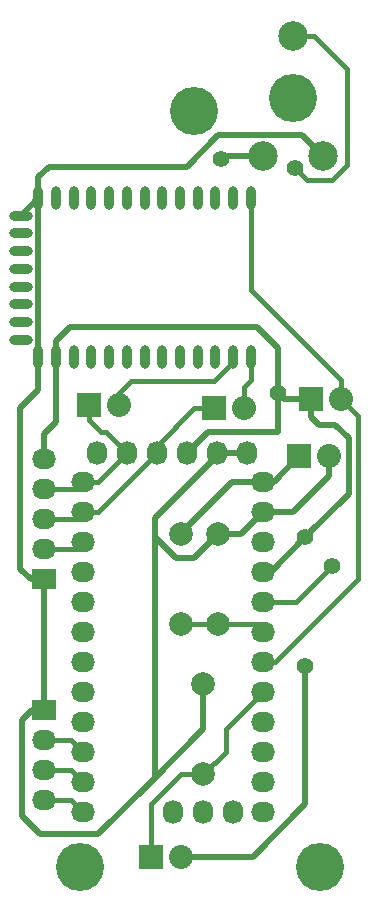
<source format=gbr>
G04 #@! TF.FileFunction,Copper,L2,Bot,Signal*
%FSLAX46Y46*%
G04 Gerber Fmt 4.6, Leading zero omitted, Abs format (unit mm)*
G04 Created by KiCad (PCBNEW 4.0.5) date Sunday 02 April 2017 12:25:38*
%MOMM*%
%LPD*%
G01*
G04 APERTURE LIST*
%ADD10C,0.100000*%
%ADD11C,2.499360*%
%ADD12O,0.800000X2.000000*%
%ADD13O,2.000000X0.800000*%
%ADD14C,1.998980*%
%ADD15O,1.727200X2.032000*%
%ADD16O,2.032000X1.727200*%
%ADD17R,2.032000X2.032000*%
%ADD18O,2.032000X2.032000*%
%ADD19R,2.032000X1.727200*%
%ADD20C,4.064000*%
%ADD21C,1.400000*%
%ADD22C,0.500000*%
%ADD23C,0.450000*%
G04 APERTURE END LIST*
D10*
D11*
X24130000Y73914000D03*
X26670000Y63754000D03*
X21590000Y63754000D03*
D12*
X8557000Y60217000D03*
X10057000Y60217000D03*
X11557000Y60217000D03*
X13057000Y60217000D03*
X14557000Y60217000D03*
X16057000Y60217000D03*
X17557000Y60217000D03*
X19057000Y60217000D03*
X20557000Y60217000D03*
X7057000Y60217000D03*
X20557000Y46717000D03*
X19057000Y46717000D03*
X17557000Y46717000D03*
X16057000Y46717000D03*
X14557000Y46717000D03*
X13057000Y46717000D03*
X11557000Y46717000D03*
X10057000Y46717000D03*
X8557000Y46717000D03*
X7057000Y46717000D03*
X5557000Y46717000D03*
X4057000Y46717000D03*
X2557000Y46717000D03*
D13*
X1057000Y48217000D03*
X1057000Y49717000D03*
X1057000Y51217000D03*
X1057000Y52717000D03*
X1057000Y54217000D03*
X1057000Y55717000D03*
X1057000Y57217000D03*
X1057000Y58717000D03*
D12*
X2557000Y60217000D03*
X4057000Y60217000D03*
X5557000Y60217000D03*
D14*
X14605000Y31750000D03*
X14605000Y24130000D03*
X17780000Y24130000D03*
X17780000Y31750000D03*
D15*
X7493000Y38608000D03*
X10033000Y38608000D03*
X12573000Y38608000D03*
X15113000Y38608000D03*
X17653000Y38608000D03*
X20193000Y38608000D03*
X19050000Y8255000D03*
X16510000Y8255000D03*
X13970000Y8255000D03*
D16*
X21590000Y8255000D03*
X21590000Y10795000D03*
X21590000Y13335000D03*
X21590000Y15875000D03*
X21590000Y18415000D03*
X21590000Y20955000D03*
X21590000Y23495000D03*
X21590000Y26035000D03*
X21590000Y28575000D03*
X21590000Y31115000D03*
X21590000Y33655000D03*
X21590000Y36195000D03*
X6350000Y36195000D03*
X6350000Y33655000D03*
X6350000Y31115000D03*
X6350000Y28575000D03*
X6350000Y26035000D03*
X6350000Y23495000D03*
X6350000Y20955000D03*
X6350000Y18415000D03*
X6350000Y15875000D03*
X6350000Y13335000D03*
X6350000Y10795000D03*
X6350000Y8255000D03*
D17*
X6858000Y42672000D03*
D18*
X9398000Y42672000D03*
D17*
X17399000Y42418000D03*
D18*
X19939000Y42418000D03*
D17*
X12065000Y4445000D03*
D18*
X14605000Y4445000D03*
D19*
X3048000Y27940000D03*
D16*
X3048000Y30480000D03*
X3048000Y33020000D03*
X3048000Y35560000D03*
X3048000Y38100000D03*
D17*
X25654000Y43180000D03*
D18*
X28194000Y43180000D03*
D17*
X24638000Y38354000D03*
D18*
X27178000Y38354000D03*
D19*
X3048000Y16891000D03*
D16*
X3048000Y14351000D03*
X3048000Y11811000D03*
X3048000Y9271000D03*
D20*
X15748000Y67564000D03*
X6096000Y3556000D03*
X26416000Y3556000D03*
X24130000Y68707000D03*
D14*
X16510000Y11430000D03*
X16510000Y19050000D03*
D21*
X25146000Y31496000D03*
X25146000Y20574000D03*
X22860000Y43688000D03*
X18034000Y63500000D03*
X24257000Y62738000D03*
X27432000Y29083000D03*
D22*
X3048000Y27940000D02*
X1905000Y27940000D01*
X1016000Y42418000D02*
X2557000Y43959000D01*
X2557000Y43959000D02*
X2557000Y46717000D01*
X1016000Y28829000D02*
X1016000Y42418000D01*
X1905000Y27940000D02*
X1016000Y28829000D01*
X3048000Y16891000D02*
X3048000Y27940000D01*
X12065000Y10795000D02*
X16510000Y15240000D01*
X16510000Y15240000D02*
X16510000Y19050000D01*
X3429000Y62865000D02*
X15113000Y62865000D01*
X2557000Y60217000D02*
X2557000Y61993000D01*
X3429000Y62865000D02*
X2557000Y61993000D01*
X24892000Y65532000D02*
X26670000Y63754000D01*
X17780000Y65532000D02*
X24892000Y65532000D01*
X15113000Y62865000D02*
X17780000Y65532000D01*
X27178000Y38354000D02*
X27178000Y36703000D01*
X24130000Y33655000D02*
X21590000Y33655000D01*
X27178000Y36703000D02*
X24130000Y33655000D01*
X3048000Y16891000D02*
X2032000Y16891000D01*
X2032000Y16891000D02*
X1143000Y16002000D01*
X12446000Y11176000D02*
X12446000Y31496000D01*
X7620000Y6350000D02*
X12065000Y10795000D01*
X12065000Y10795000D02*
X12446000Y11176000D01*
X2667000Y6350000D02*
X7620000Y6350000D01*
X1143000Y7874000D02*
X2667000Y6350000D01*
X1143000Y16002000D02*
X1143000Y7874000D01*
X17653000Y38608000D02*
X17653000Y38354000D01*
X17653000Y38354000D02*
X12446000Y33147000D01*
X15748000Y29718000D02*
X17780000Y31750000D01*
X14224000Y29718000D02*
X15748000Y29718000D01*
X12446000Y31496000D02*
X14224000Y29718000D01*
X12446000Y33147000D02*
X12446000Y31496000D01*
X17653000Y38608000D02*
X20193000Y38608000D01*
X17780000Y31750000D02*
X19685000Y31750000D01*
X19685000Y31750000D02*
X21590000Y33655000D01*
X2557000Y60217000D02*
X2557000Y46717000D01*
X2557000Y60217000D02*
X1057000Y58717000D01*
X14605000Y4445000D02*
X20701000Y4445000D01*
X25146000Y8890000D02*
X20701000Y4445000D01*
X25146000Y20574000D02*
X25146000Y8890000D01*
X25654000Y43180000D02*
X23368000Y43180000D01*
X23368000Y43180000D02*
X22860000Y43688000D01*
X21590000Y28575000D02*
X22225000Y28575000D01*
X22225000Y28575000D02*
X25146000Y31496000D01*
X25146000Y31496000D02*
X28829000Y35179000D01*
X28829000Y35179000D02*
X28829000Y39878000D01*
X28829000Y39878000D02*
X27686000Y41021000D01*
X27686000Y41021000D02*
X26289000Y41021000D01*
X26289000Y41021000D02*
X25654000Y41656000D01*
X25654000Y41656000D02*
X25654000Y43180000D01*
X18034000Y63500000D02*
X18288000Y63754000D01*
X21590000Y63754000D02*
X18288000Y63754000D01*
X22860000Y40386000D02*
X16891000Y40386000D01*
X22860000Y43688000D02*
X22860000Y40386000D01*
X16891000Y40386000D02*
X15113000Y38608000D01*
X5207000Y49276000D02*
X21082000Y49276000D01*
X4057000Y46717000D02*
X4057000Y48126000D01*
X5207000Y49276000D02*
X4057000Y48126000D01*
X22860000Y47498000D02*
X22860000Y43688000D01*
X21082000Y49276000D02*
X22860000Y47498000D01*
X3048000Y38100000D02*
X3048000Y40259000D01*
X4057000Y41268000D02*
X4057000Y46717000D01*
X3048000Y40259000D02*
X4057000Y41268000D01*
D23*
X10033000Y38608000D02*
X8255000Y40386000D01*
X6858000Y41402000D02*
X6858000Y42672000D01*
X7874000Y40386000D02*
X6858000Y41402000D01*
X8255000Y40386000D02*
X7874000Y40386000D01*
X6350000Y36195000D02*
X7620000Y36195000D01*
X7620000Y36195000D02*
X10033000Y38608000D01*
X3048000Y35560000D02*
X5715000Y35560000D01*
X5715000Y35560000D02*
X6350000Y36195000D01*
X12573000Y38608000D02*
X12573000Y39243000D01*
X12573000Y39243000D02*
X15748000Y42418000D01*
X15748000Y42418000D02*
X17399000Y42418000D01*
X6350000Y33655000D02*
X7620000Y33655000D01*
X7620000Y33655000D02*
X12573000Y38608000D01*
X3048000Y33020000D02*
X5715000Y33020000D01*
X5715000Y33020000D02*
X6350000Y33655000D01*
D22*
X21590000Y36195000D02*
X22479000Y36195000D01*
X22479000Y36195000D02*
X24638000Y38354000D01*
X14605000Y31750000D02*
X14605000Y31877000D01*
X14605000Y31877000D02*
X18923000Y36195000D01*
X18923000Y36195000D02*
X21590000Y36195000D01*
D23*
X17780000Y24130000D02*
X20955000Y24130000D01*
X20955000Y24130000D02*
X21590000Y23495000D01*
X14605000Y24130000D02*
X17780000Y24130000D01*
X3048000Y30480000D02*
X5715000Y30480000D01*
X5715000Y30480000D02*
X6350000Y31115000D01*
X19939000Y42418000D02*
X19939000Y44196000D01*
X20557000Y44814000D02*
X20557000Y46717000D01*
X19939000Y44196000D02*
X20557000Y44814000D01*
X19057000Y46717000D02*
X19057000Y46362000D01*
X19057000Y46362000D02*
X17399000Y44704000D01*
X17399000Y44704000D02*
X10414000Y44704000D01*
X10414000Y44704000D02*
X9398000Y43688000D01*
X9398000Y43688000D02*
X9398000Y42672000D01*
X21590000Y26035000D02*
X24384000Y26035000D01*
X25908000Y73914000D02*
X28702000Y71120000D01*
X28702000Y71120000D02*
X28702000Y62992000D01*
X28702000Y62992000D02*
X27432000Y61722000D01*
X27432000Y61722000D02*
X25273000Y61722000D01*
X25273000Y61722000D02*
X24257000Y62738000D01*
X25908000Y73914000D02*
X24130000Y73914000D01*
X24384000Y26035000D02*
X27432000Y29083000D01*
X20557000Y60217000D02*
X20557000Y52468000D01*
X28194000Y44831000D02*
X28194000Y43180000D01*
X20557000Y52468000D02*
X28194000Y44831000D01*
X21590000Y20955000D02*
X22606000Y20955000D01*
X22606000Y20955000D02*
X29591000Y27940000D01*
X29591000Y27940000D02*
X29591000Y41783000D01*
X29591000Y41783000D02*
X28194000Y43180000D01*
X3048000Y9271000D02*
X5334000Y9271000D01*
X5334000Y9271000D02*
X6350000Y8255000D01*
X3048000Y11811000D02*
X5334000Y11811000D01*
X5334000Y11811000D02*
X6350000Y10795000D01*
X3048000Y14351000D02*
X5334000Y14351000D01*
X5334000Y14351000D02*
X6350000Y13335000D01*
X21590000Y18415000D02*
X18415000Y15240000D01*
X18415000Y13335000D02*
X16510000Y11430000D01*
X18415000Y15240000D02*
X18415000Y13335000D01*
X12065000Y4445000D02*
X12065000Y8890000D01*
X14605000Y11430000D02*
X16510000Y11430000D01*
X12065000Y8890000D02*
X14605000Y11430000D01*
M02*

</source>
